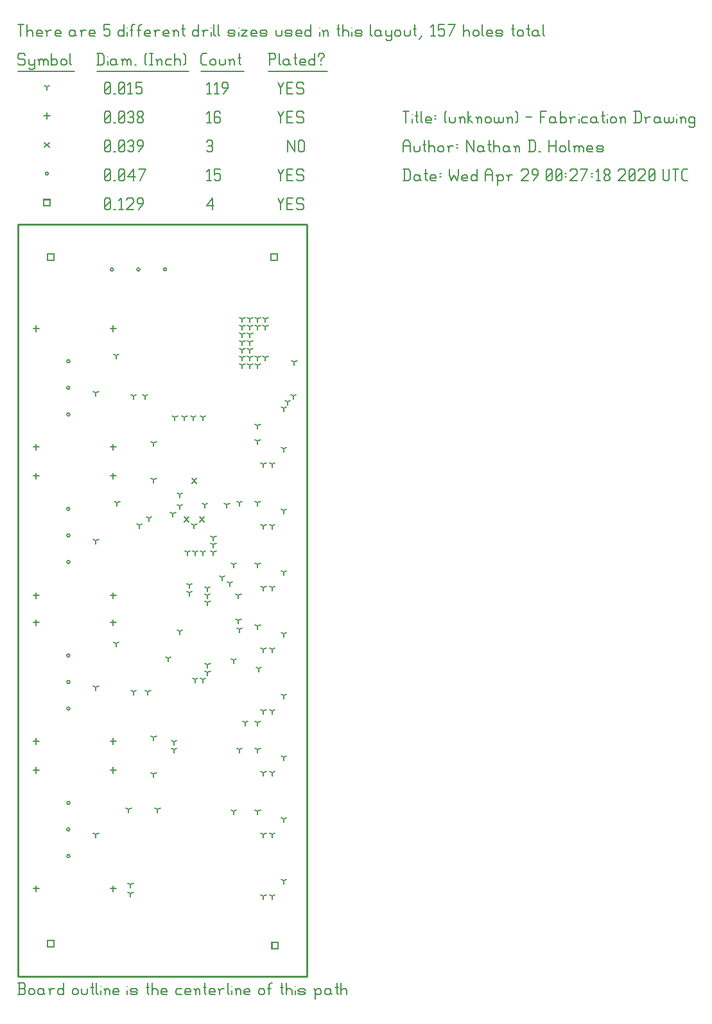
<source format=gbr>
G04 start of page 13 for group -3984 idx -3984 *
G04 Title: (unknown), fab *
G04 Creator: pcb 4.0.2 *
G04 CreationDate: Wed Apr 29 00:27:18 2020 UTC *
G04 For: ndholmes *
G04 Format: Gerber/RS-274X *
G04 PCB-Dimensions (mil): 1500.00 3900.00 *
G04 PCB-Coordinate-Origin: lower left *
%MOIN*%
%FSLAX25Y25*%
%LNFAB*%
%ADD67C,0.0100*%
%ADD66C,0.0075*%
%ADD65C,0.0060*%
%ADD64R,0.0080X0.0080*%
G54D64*X131400Y374600D02*X134600D01*
X131400D02*Y371400D01*
X134600D01*
Y374600D02*Y371400D01*
X131900Y17600D02*X135100D01*
X131900D02*Y14400D01*
X135100D01*
Y17600D02*Y14400D01*
X15400Y18600D02*X18600D01*
X15400D02*Y15400D01*
X18600D01*
Y18600D02*Y15400D01*
X15400Y374600D02*X18600D01*
X15400D02*Y371400D01*
X18600D01*
Y374600D02*Y371400D01*
X13400Y402850D02*X16600D01*
X13400D02*Y399650D01*
X16600D01*
Y402850D02*Y399650D01*
G54D65*X135000Y403500D02*X136500Y400500D01*
X138000Y403500D01*
X136500Y400500D02*Y397500D01*
X139800Y400800D02*X142050D01*
X139800Y397500D02*X142800D01*
X139800Y403500D02*Y397500D01*
Y403500D02*X142800D01*
X147600D02*X148350Y402750D01*
X145350Y403500D02*X147600D01*
X144600Y402750D02*X145350Y403500D01*
X144600Y402750D02*Y401250D01*
X145350Y400500D01*
X147600D01*
X148350Y399750D01*
Y398250D01*
X147600Y397500D02*X148350Y398250D01*
X145350Y397500D02*X147600D01*
X144600Y398250D02*X145350Y397500D01*
X98000Y399750D02*X101000Y403500D01*
X98000Y399750D02*X101750D01*
X101000Y403500D02*Y397500D01*
X45000Y398250D02*X45750Y397500D01*
X45000Y402750D02*Y398250D01*
Y402750D02*X45750Y403500D01*
X47250D01*
X48000Y402750D01*
Y398250D01*
X47250Y397500D02*X48000Y398250D01*
X45750Y397500D02*X47250D01*
X45000Y399000D02*X48000Y402000D01*
X49800Y397500D02*X50550D01*
X52350Y402300D02*X53550Y403500D01*
Y397500D01*
X52350D02*X54600D01*
X56400Y402750D02*X57150Y403500D01*
X59400D01*
X60150Y402750D01*
Y401250D01*
X56400Y397500D02*X60150Y401250D01*
X56400Y397500D02*X60150D01*
X62700D02*X64950Y400500D01*
Y402750D02*Y400500D01*
X64200Y403500D02*X64950Y402750D01*
X62700Y403500D02*X64200D01*
X61950Y402750D02*X62700Y403500D01*
X61950Y402750D02*Y401250D01*
X62700Y400500D01*
X64950D01*
X25373Y318945D02*G75*G03X26973Y318945I800J0D01*G01*
G75*G03X25373Y318945I-800J0D01*G01*
Y305165D02*G75*G03X26973Y305165I800J0D01*G01*
G75*G03X25373Y305165I-800J0D01*G01*
Y291386D02*G75*G03X26973Y291386I800J0D01*G01*
G75*G03X25373Y291386I-800J0D01*G01*
Y242445D02*G75*G03X26973Y242445I800J0D01*G01*
G75*G03X25373Y242445I-800J0D01*G01*
Y228665D02*G75*G03X26973Y228665I800J0D01*G01*
G75*G03X25373Y228665I-800J0D01*G01*
Y214886D02*G75*G03X26973Y214886I800J0D01*G01*
G75*G03X25373Y214886I-800J0D01*G01*
Y166445D02*G75*G03X26973Y166445I800J0D01*G01*
G75*G03X25373Y166445I-800J0D01*G01*
Y152665D02*G75*G03X26973Y152665I800J0D01*G01*
G75*G03X25373Y152665I-800J0D01*G01*
Y138886D02*G75*G03X26973Y138886I800J0D01*G01*
G75*G03X25373Y138886I-800J0D01*G01*
Y89945D02*G75*G03X26973Y89945I800J0D01*G01*
G75*G03X25373Y89945I-800J0D01*G01*
Y76165D02*G75*G03X26973Y76165I800J0D01*G01*
G75*G03X25373Y76165I-800J0D01*G01*
Y62386D02*G75*G03X26973Y62386I800J0D01*G01*
G75*G03X25373Y62386I-800J0D01*G01*
X75527Y366555D02*G75*G03X77127Y366555I800J0D01*G01*
G75*G03X75527Y366555I-800J0D01*G01*
X61747D02*G75*G03X63347Y366555I800J0D01*G01*
G75*G03X61747Y366555I-800J0D01*G01*
X47968D02*G75*G03X49568Y366555I800J0D01*G01*
G75*G03X47968Y366555I-800J0D01*G01*
X14200Y416250D02*G75*G03X15800Y416250I800J0D01*G01*
G75*G03X14200Y416250I-800J0D01*G01*
X135000Y418500D02*X136500Y415500D01*
X138000Y418500D01*
X136500Y415500D02*Y412500D01*
X139800Y415800D02*X142050D01*
X139800Y412500D02*X142800D01*
X139800Y418500D02*Y412500D01*
Y418500D02*X142800D01*
X147600D02*X148350Y417750D01*
X145350Y418500D02*X147600D01*
X144600Y417750D02*X145350Y418500D01*
X144600Y417750D02*Y416250D01*
X145350Y415500D01*
X147600D01*
X148350Y414750D01*
Y413250D01*
X147600Y412500D02*X148350Y413250D01*
X145350Y412500D02*X147600D01*
X144600Y413250D02*X145350Y412500D01*
X98000Y417300D02*X99200Y418500D01*
Y412500D01*
X98000D02*X100250D01*
X102050Y418500D02*X105050D01*
X102050D02*Y415500D01*
X102800Y416250D01*
X104300D01*
X105050Y415500D01*
Y413250D01*
X104300Y412500D02*X105050Y413250D01*
X102800Y412500D02*X104300D01*
X102050Y413250D02*X102800Y412500D01*
X45000Y413250D02*X45750Y412500D01*
X45000Y417750D02*Y413250D01*
Y417750D02*X45750Y418500D01*
X47250D01*
X48000Y417750D01*
Y413250D01*
X47250Y412500D02*X48000Y413250D01*
X45750Y412500D02*X47250D01*
X45000Y414000D02*X48000Y417000D01*
X49800Y412500D02*X50550D01*
X52350Y413250D02*X53100Y412500D01*
X52350Y417750D02*Y413250D01*
Y417750D02*X53100Y418500D01*
X54600D01*
X55350Y417750D01*
Y413250D01*
X54600Y412500D02*X55350Y413250D01*
X53100Y412500D02*X54600D01*
X52350Y414000D02*X55350Y417000D01*
X57150Y414750D02*X60150Y418500D01*
X57150Y414750D02*X60900D01*
X60150Y418500D02*Y412500D01*
X63450D02*X66450Y418500D01*
X62700D02*X66450D01*
X90300Y258200D02*X92700Y255800D01*
X90300D02*X92700Y258200D01*
X94300Y238200D02*X96700Y235800D01*
X94300D02*X96700Y238200D01*
X86300D02*X88700Y235800D01*
X86300D02*X88700Y238200D01*
X13800Y432450D02*X16200Y430050D01*
X13800D02*X16200Y432450D01*
X140000Y433500D02*Y427500D01*
Y433500D02*X143750Y427500D01*
Y433500D02*Y427500D01*
X145550Y432750D02*Y428250D01*
Y432750D02*X146300Y433500D01*
X147800D01*
X148550Y432750D01*
Y428250D01*
X147800Y427500D02*X148550Y428250D01*
X146300Y427500D02*X147800D01*
X145550Y428250D02*X146300Y427500D01*
X98000Y432750D02*X98750Y433500D01*
X100250D01*
X101000Y432750D01*
X100250Y427500D02*X101000Y428250D01*
X98750Y427500D02*X100250D01*
X98000Y428250D02*X98750Y427500D01*
Y430800D02*X100250D01*
X101000Y432750D02*Y431550D01*
Y430050D02*Y428250D01*
Y430050D02*X100250Y430800D01*
X101000Y431550D02*X100250Y430800D01*
X45000Y428250D02*X45750Y427500D01*
X45000Y432750D02*Y428250D01*
Y432750D02*X45750Y433500D01*
X47250D01*
X48000Y432750D01*
Y428250D01*
X47250Y427500D02*X48000Y428250D01*
X45750Y427500D02*X47250D01*
X45000Y429000D02*X48000Y432000D01*
X49800Y427500D02*X50550D01*
X52350Y428250D02*X53100Y427500D01*
X52350Y432750D02*Y428250D01*
Y432750D02*X53100Y433500D01*
X54600D01*
X55350Y432750D01*
Y428250D01*
X54600Y427500D02*X55350Y428250D01*
X53100Y427500D02*X54600D01*
X52350Y429000D02*X55350Y432000D01*
X57150Y432750D02*X57900Y433500D01*
X59400D01*
X60150Y432750D01*
X59400Y427500D02*X60150Y428250D01*
X57900Y427500D02*X59400D01*
X57150Y428250D02*X57900Y427500D01*
Y430800D02*X59400D01*
X60150Y432750D02*Y431550D01*
Y430050D02*Y428250D01*
Y430050D02*X59400Y430800D01*
X60150Y431550D02*X59400Y430800D01*
X62700Y427500D02*X64950Y430500D01*
Y432750D02*Y430500D01*
X64200Y433500D02*X64950Y432750D01*
X62700Y433500D02*X64200D01*
X61950Y432750D02*X62700Y433500D01*
X61950Y432750D02*Y431250D01*
X62700Y430500D01*
X64950D01*
X49500Y337600D02*Y334400D01*
X47900Y336000D02*X51100D01*
X9500Y337600D02*Y334400D01*
X7900Y336000D02*X11100D01*
X49500Y276100D02*Y272900D01*
X47900Y274500D02*X51100D01*
X9500Y276100D02*Y272900D01*
X7900Y274500D02*X11100D01*
X49500Y261100D02*Y257900D01*
X47900Y259500D02*X51100D01*
X9500Y261100D02*Y257900D01*
X7900Y259500D02*X11100D01*
X49500Y47100D02*Y43900D01*
X47900Y45500D02*X51100D01*
X9500Y47100D02*Y43900D01*
X7900Y45500D02*X11100D01*
X49500Y199100D02*Y195900D01*
X47900Y197500D02*X51100D01*
X9500Y199100D02*Y195900D01*
X7900Y197500D02*X11100D01*
X49500Y185100D02*Y181900D01*
X47900Y183500D02*X51100D01*
X9500Y185100D02*Y181900D01*
X7900Y183500D02*X11100D01*
X49500Y123600D02*Y120400D01*
X47900Y122000D02*X51100D01*
X9500Y123600D02*Y120400D01*
X7900Y122000D02*X11100D01*
X49500Y108600D02*Y105400D01*
X47900Y107000D02*X51100D01*
X9500Y108600D02*Y105400D01*
X7900Y107000D02*X11100D01*
X15000Y447850D02*Y444650D01*
X13400Y446250D02*X16600D01*
X135000Y448500D02*X136500Y445500D01*
X138000Y448500D01*
X136500Y445500D02*Y442500D01*
X139800Y445800D02*X142050D01*
X139800Y442500D02*X142800D01*
X139800Y448500D02*Y442500D01*
Y448500D02*X142800D01*
X147600D02*X148350Y447750D01*
X145350Y448500D02*X147600D01*
X144600Y447750D02*X145350Y448500D01*
X144600Y447750D02*Y446250D01*
X145350Y445500D01*
X147600D01*
X148350Y444750D01*
Y443250D01*
X147600Y442500D02*X148350Y443250D01*
X145350Y442500D02*X147600D01*
X144600Y443250D02*X145350Y442500D01*
X98000Y447300D02*X99200Y448500D01*
Y442500D01*
X98000D02*X100250D01*
X104300Y448500D02*X105050Y447750D01*
X102800Y448500D02*X104300D01*
X102050Y447750D02*X102800Y448500D01*
X102050Y447750D02*Y443250D01*
X102800Y442500D01*
X104300Y445800D02*X105050Y445050D01*
X102050Y445800D02*X104300D01*
X102800Y442500D02*X104300D01*
X105050Y443250D01*
Y445050D02*Y443250D01*
X45000D02*X45750Y442500D01*
X45000Y447750D02*Y443250D01*
Y447750D02*X45750Y448500D01*
X47250D01*
X48000Y447750D01*
Y443250D01*
X47250Y442500D02*X48000Y443250D01*
X45750Y442500D02*X47250D01*
X45000Y444000D02*X48000Y447000D01*
X49800Y442500D02*X50550D01*
X52350Y443250D02*X53100Y442500D01*
X52350Y447750D02*Y443250D01*
Y447750D02*X53100Y448500D01*
X54600D01*
X55350Y447750D01*
Y443250D01*
X54600Y442500D02*X55350Y443250D01*
X53100Y442500D02*X54600D01*
X52350Y444000D02*X55350Y447000D01*
X57150Y447750D02*X57900Y448500D01*
X59400D01*
X60150Y447750D01*
X59400Y442500D02*X60150Y443250D01*
X57900Y442500D02*X59400D01*
X57150Y443250D02*X57900Y442500D01*
Y445800D02*X59400D01*
X60150Y447750D02*Y446550D01*
Y445050D02*Y443250D01*
Y445050D02*X59400Y445800D01*
X60150Y446550D02*X59400Y445800D01*
X61950Y443250D02*X62700Y442500D01*
X61950Y444450D02*Y443250D01*
Y444450D02*X63000Y445500D01*
X63900D01*
X64950Y444450D01*
Y443250D01*
X64200Y442500D02*X64950Y443250D01*
X62700Y442500D02*X64200D01*
X61950Y446550D02*X63000Y445500D01*
X61950Y447750D02*Y446550D01*
Y447750D02*X62700Y448500D01*
X64200D01*
X64950Y447750D01*
Y446550D01*
X63900Y445500D02*X64950Y446550D01*
X40500Y226000D02*Y224400D01*
Y226000D02*X41887Y226800D01*
X40500Y226000D02*X39113Y226800D01*
X51500Y245500D02*Y243900D01*
Y245500D02*X52887Y246300D01*
X51500Y245500D02*X50113Y246300D01*
X51000Y322000D02*Y320400D01*
Y322000D02*X52387Y322800D01*
X51000Y322000D02*X49613Y322800D01*
X60000Y147500D02*Y145900D01*
Y147500D02*X61387Y148300D01*
X60000Y147500D02*X58613Y148300D01*
X51000Y172500D02*Y170900D01*
Y172500D02*X52387Y173300D01*
X51000Y172500D02*X49613Y173300D01*
X67500Y147500D02*Y145900D01*
Y147500D02*X68887Y148300D01*
X67500Y147500D02*X66113Y148300D01*
X57500Y86500D02*Y84900D01*
Y86500D02*X58887Y87300D01*
X57500Y86500D02*X56113Y87300D01*
X72500Y86500D02*Y84900D01*
Y86500D02*X73887Y87300D01*
X72500Y86500D02*X71113Y87300D01*
X70500Y124000D02*Y122400D01*
Y124000D02*X71887Y124800D01*
X70500Y124000D02*X69113Y124800D01*
X70500Y105000D02*Y103400D01*
Y105000D02*X71887Y105800D01*
X70500Y105000D02*X69113Y105800D01*
X70500Y276500D02*Y274900D01*
Y276500D02*X71887Y277300D01*
X70500Y276500D02*X69113Y277300D01*
X70500Y257500D02*Y255900D01*
Y257500D02*X71887Y258300D01*
X70500Y257500D02*X69113Y258300D01*
X60000Y301000D02*Y299400D01*
Y301000D02*X61387Y301800D01*
X60000Y301000D02*X58613Y301800D01*
X89000Y199000D02*Y197400D01*
Y199000D02*X90387Y199800D01*
X89000Y199000D02*X87613Y199800D01*
X89000Y203000D02*Y201400D01*
Y203000D02*X90387Y203800D01*
X89000Y203000D02*X87613Y203800D01*
X132000Y201500D02*Y199900D01*
Y201500D02*X133387Y202300D01*
X132000Y201500D02*X130613Y202300D01*
X127500Y201500D02*Y199900D01*
Y201500D02*X128887Y202300D01*
X127500Y201500D02*X126113Y202300D01*
X132000Y169500D02*Y167900D01*
Y169500D02*X133387Y170300D01*
X132000Y169500D02*X130613Y170300D01*
X127500Y169500D02*Y167900D01*
Y169500D02*X128887Y170300D01*
X127500Y169500D02*X126113Y170300D01*
X132000Y137500D02*Y135900D01*
Y137500D02*X133387Y138300D01*
X132000Y137500D02*X130613Y138300D01*
X127500Y137500D02*Y135900D01*
Y137500D02*X128887Y138300D01*
X127500Y137500D02*X126113Y138300D01*
X132000Y105500D02*Y103900D01*
Y105500D02*X133387Y106300D01*
X132000Y105500D02*X130613Y106300D01*
X127500Y105500D02*Y103900D01*
Y105500D02*X128887Y106300D01*
X127500Y105500D02*X126113Y106300D01*
X132000Y73500D02*Y71900D01*
Y73500D02*X133387Y74300D01*
X132000Y73500D02*X130613Y74300D01*
X127500Y73500D02*Y71900D01*
Y73500D02*X128887Y74300D01*
X127500Y73500D02*X126113Y74300D01*
X132000Y41500D02*Y39900D01*
Y41500D02*X133387Y42300D01*
X132000Y41500D02*X130613Y42300D01*
X127500Y41500D02*Y39900D01*
Y41500D02*X128887Y42300D01*
X127500Y41500D02*X126113Y42300D01*
X132000Y233500D02*Y231900D01*
Y233500D02*X133387Y234300D01*
X132000Y233500D02*X130613Y234300D01*
X127500Y233500D02*Y231900D01*
Y233500D02*X128887Y234300D01*
X127500Y233500D02*X126113Y234300D01*
X132000Y265500D02*Y263900D01*
Y265500D02*X133387Y266300D01*
X132000Y265500D02*X130613Y266300D01*
X127500Y265500D02*Y263900D01*
Y265500D02*X128887Y266300D01*
X127500Y265500D02*X126113Y266300D01*
X124500Y245500D02*Y243900D01*
Y245500D02*X125887Y246300D01*
X124500Y245500D02*X123113Y246300D01*
X124500Y213500D02*Y211900D01*
Y213500D02*X125887Y214300D01*
X124500Y213500D02*X123113Y214300D01*
X124500Y117500D02*Y115900D01*
Y117500D02*X125887Y118300D01*
X124500Y117500D02*X123113Y118300D01*
X115000Y117500D02*Y115900D01*
Y117500D02*X116387Y118300D01*
X115000Y117500D02*X113613Y118300D01*
X112000Y85500D02*Y83900D01*
Y85500D02*X113387Y86300D01*
X112000Y85500D02*X110613Y86300D01*
X124500Y85500D02*Y83900D01*
Y85500D02*X125887Y86300D01*
X124500Y85500D02*X123113Y86300D01*
X115000Y245500D02*Y243900D01*
Y245500D02*X116387Y246300D01*
X115000Y245500D02*X113613Y246300D01*
X124500Y181500D02*Y179900D01*
Y181500D02*X125887Y182300D01*
X124500Y181500D02*X123113Y182300D01*
X114500Y197500D02*Y195900D01*
Y197500D02*X115887Y198300D01*
X114500Y197500D02*X113113Y198300D01*
X112000Y213500D02*Y211900D01*
Y213500D02*X113387Y214300D01*
X112000Y213500D02*X110613Y214300D01*
X124500Y131500D02*Y129900D01*
Y131500D02*X125887Y132300D01*
X124500Y131500D02*X123113Y132300D01*
X118000Y131500D02*Y129900D01*
Y131500D02*X119387Y132300D01*
X118000Y131500D02*X116613Y132300D01*
X115000Y180000D02*Y178400D01*
Y180000D02*X116387Y180800D01*
X115000Y180000D02*X113613Y180800D01*
X110000Y204000D02*Y202400D01*
Y204000D02*X111387Y204800D01*
X110000Y204000D02*X108613Y204800D01*
X106000Y207000D02*Y205400D01*
Y207000D02*X107387Y207800D01*
X106000Y207000D02*X104613Y207800D01*
X58500Y47500D02*Y45900D01*
Y47500D02*X59887Y48300D01*
X58500Y47500D02*X57113Y48300D01*
X58500Y43000D02*Y41400D01*
Y43000D02*X59887Y43800D01*
X58500Y43000D02*X57113Y43800D01*
X81000Y121500D02*Y119900D01*
Y121500D02*X82387Y122300D01*
X81000Y121500D02*X79613Y122300D01*
X81000Y117500D02*Y115900D01*
Y117500D02*X82387Y118300D01*
X81000Y117500D02*X79613Y118300D01*
X120500Y333000D02*Y331400D01*
Y333000D02*X121887Y333800D01*
X120500Y333000D02*X119113Y333800D01*
X120500Y329000D02*Y327400D01*
Y329000D02*X121887Y329800D01*
X120500Y329000D02*X119113Y329800D01*
X120500Y325000D02*Y323400D01*
Y325000D02*X121887Y325800D01*
X120500Y325000D02*X119113Y325800D01*
X116500Y333000D02*Y331400D01*
Y333000D02*X117887Y333800D01*
X116500Y333000D02*X115113Y333800D01*
X116500Y329000D02*Y327400D01*
Y329000D02*X117887Y329800D01*
X116500Y329000D02*X115113Y329800D01*
X116500Y325000D02*Y323400D01*
Y325000D02*X117887Y325800D01*
X116500Y325000D02*X115113Y325800D01*
X128500Y341000D02*Y339400D01*
Y341000D02*X129887Y341800D01*
X128500Y341000D02*X127113Y341800D01*
X124500Y337000D02*Y335400D01*
Y337000D02*X125887Y337800D01*
X124500Y337000D02*X123113Y337800D01*
X120500Y337000D02*Y335400D01*
Y337000D02*X121887Y337800D01*
X120500Y337000D02*X119113Y337800D01*
X124500Y341000D02*Y339400D01*
Y341000D02*X125887Y341800D01*
X124500Y341000D02*X123113Y341800D01*
X128500Y337000D02*Y335400D01*
Y337000D02*X129887Y337800D01*
X128500Y337000D02*X127113Y337800D01*
X116500Y337000D02*Y335400D01*
Y337000D02*X117887Y337800D01*
X116500Y337000D02*X115113Y337800D01*
X120500Y341000D02*Y339400D01*
Y341000D02*X121887Y341800D01*
X120500Y341000D02*X119113Y341800D01*
X116500Y341000D02*Y339400D01*
Y341000D02*X117887Y341800D01*
X116500Y341000D02*X115113Y341800D01*
X120500Y321000D02*Y319400D01*
Y321000D02*X121887Y321800D01*
X120500Y321000D02*X119113Y321800D01*
X116500Y321000D02*Y319400D01*
Y321000D02*X117887Y321800D01*
X116500Y321000D02*X115113Y321800D01*
X120500Y317000D02*Y315400D01*
Y317000D02*X121887Y317800D01*
X120500Y317000D02*X119113Y317800D01*
X116500Y317000D02*Y315400D01*
Y317000D02*X117887Y317800D01*
X116500Y317000D02*X115113Y317800D01*
X128500Y321000D02*Y319400D01*
Y321000D02*X129887Y321800D01*
X128500Y321000D02*X127113Y321800D01*
X124500Y321000D02*Y319400D01*
Y321000D02*X125887Y321800D01*
X124500Y321000D02*X123113Y321800D01*
X124500Y317000D02*Y315400D01*
Y317000D02*X125887Y317800D01*
X124500Y317000D02*X123113Y317800D01*
X143000Y301000D02*Y299400D01*
Y301000D02*X144387Y301800D01*
X143000Y301000D02*X141613Y301800D01*
X143500Y318500D02*Y316900D01*
Y318500D02*X144887Y319300D01*
X143500Y318500D02*X142113Y319300D01*
X140000Y298000D02*Y296400D01*
Y298000D02*X141387Y298800D01*
X140000Y298000D02*X138613Y298800D01*
X138000Y294500D02*Y292900D01*
Y294500D02*X139387Y295300D01*
X138000Y294500D02*X136613Y295300D01*
X138000Y273500D02*Y271900D01*
Y273500D02*X139387Y274300D01*
X138000Y273500D02*X136613Y274300D01*
X138000Y241500D02*Y239900D01*
Y241500D02*X139387Y242300D01*
X138000Y241500D02*X136613Y242300D01*
X138000Y209500D02*Y207900D01*
Y209500D02*X139387Y210300D01*
X138000Y209500D02*X136613Y210300D01*
X138000Y177500D02*Y175900D01*
Y177500D02*X139387Y178300D01*
X138000Y177500D02*X136613Y178300D01*
X138000Y145500D02*Y143900D01*
Y145500D02*X139387Y146300D01*
X138000Y145500D02*X136613Y146300D01*
X138000Y113500D02*Y111900D01*
Y113500D02*X139387Y114300D01*
X138000Y113500D02*X136613Y114300D01*
X138000Y81500D02*Y79900D01*
Y81500D02*X139387Y82300D01*
X138000Y81500D02*X136613Y82300D01*
X138000Y49500D02*Y47900D01*
Y49500D02*X139387Y50300D01*
X138000Y49500D02*X136613Y50300D01*
X78000Y165000D02*Y163400D01*
Y165000D02*X79387Y165800D01*
X78000Y165000D02*X76613Y165800D01*
X84000Y179000D02*Y177400D01*
Y179000D02*X85387Y179800D01*
X84000Y179000D02*X82613Y179800D01*
X112000Y164000D02*Y162400D01*
Y164000D02*X113387Y164800D01*
X112000Y164000D02*X110613Y164800D01*
X125000Y159500D02*Y157900D01*
Y159500D02*X126387Y160300D01*
X125000Y159500D02*X123613Y160300D01*
X101500Y227500D02*Y225900D01*
Y227500D02*X102887Y228300D01*
X101500Y227500D02*X100113Y228300D01*
X101500Y224000D02*Y222400D01*
Y224000D02*X102887Y224800D01*
X101500Y224000D02*X100113Y224800D01*
X101500Y220000D02*Y218400D01*
Y220000D02*X102887Y220800D01*
X101500Y220000D02*X100113Y220800D01*
X98500Y194000D02*Y192400D01*
Y194000D02*X99887Y194800D01*
X98500Y194000D02*X97113Y194800D01*
X98400Y197600D02*Y196000D01*
Y197600D02*X99787Y198400D01*
X98400Y197600D02*X97013Y198400D01*
X98400Y201200D02*Y199600D01*
Y201200D02*X99787Y202000D01*
X98400Y201200D02*X97013Y202000D01*
X66000Y301000D02*Y299400D01*
Y301000D02*X67387Y301800D01*
X66000Y301000D02*X64613Y301800D01*
X96000Y290000D02*Y288400D01*
Y290000D02*X97387Y290800D01*
X96000Y290000D02*X94613Y290800D01*
X86500Y290000D02*Y288400D01*
Y290000D02*X87887Y290800D01*
X86500Y290000D02*X85113Y290800D01*
X81500Y290000D02*Y288400D01*
Y290000D02*X82887Y290800D01*
X81500Y290000D02*X80113Y290800D01*
X91000Y290000D02*Y288400D01*
Y290000D02*X92387Y290800D01*
X91000Y290000D02*X89613Y290800D01*
X63000Y234000D02*Y232400D01*
Y234000D02*X64387Y234800D01*
X63000Y234000D02*X61613Y234800D01*
X68000Y237500D02*Y235900D01*
Y237500D02*X69387Y238300D01*
X68000Y237500D02*X66613Y238300D01*
X88000Y220000D02*Y218400D01*
Y220000D02*X89387Y220800D01*
X88000Y220000D02*X86613Y220800D01*
X92000Y220000D02*Y218400D01*
Y220000D02*X93387Y220800D01*
X92000Y220000D02*X90613Y220800D01*
X96000Y220000D02*Y218400D01*
Y220000D02*X97387Y220800D01*
X96000Y220000D02*X94613Y220800D01*
X124500Y285500D02*Y283900D01*
Y285500D02*X125887Y286300D01*
X124500Y285500D02*X123113Y286300D01*
X124500Y277500D02*Y275900D01*
Y277500D02*X125887Y278300D01*
X124500Y277500D02*X123113Y278300D01*
X84000Y250000D02*Y248400D01*
Y250000D02*X85387Y250800D01*
X84000Y250000D02*X82613Y250800D01*
X91500Y234000D02*Y232400D01*
Y234000D02*X92887Y234800D01*
X91500Y234000D02*X90113Y234800D01*
X84000Y244000D02*Y242400D01*
Y244000D02*X85387Y244800D01*
X84000Y244000D02*X82613Y244800D01*
X108500Y244500D02*Y242900D01*
Y244500D02*X109887Y245300D01*
X108500Y244500D02*X107113Y245300D01*
X80500Y240000D02*Y238400D01*
Y240000D02*X81887Y240800D01*
X80500Y240000D02*X79113Y240800D01*
X97000Y244500D02*Y242900D01*
Y244500D02*X98387Y245300D01*
X97000Y244500D02*X95613Y245300D01*
X98500Y161500D02*Y159900D01*
Y161500D02*X99887Y162300D01*
X98500Y161500D02*X97113Y162300D01*
X98500Y157500D02*Y155900D01*
Y157500D02*X99887Y158300D01*
X98500Y157500D02*X97113Y158300D01*
X92000Y154000D02*Y152400D01*
Y154000D02*X93387Y154800D01*
X92000Y154000D02*X90613Y154800D01*
X96000Y154000D02*Y152400D01*
Y154000D02*X97387Y154800D01*
X96000Y154000D02*X94613Y154800D01*
X114500Y184500D02*Y182900D01*
Y184500D02*X115887Y185300D01*
X114500Y184500D02*X113113Y185300D01*
X40500Y302500D02*Y300900D01*
Y302500D02*X41887Y303300D01*
X40500Y302500D02*X39113Y303300D01*
X40500Y150000D02*Y148400D01*
Y150000D02*X41887Y150800D01*
X40500Y150000D02*X39113Y150800D01*
X40500Y73500D02*Y71900D01*
Y73500D02*X41887Y74300D01*
X40500Y73500D02*X39113Y74300D01*
X15000Y461250D02*Y459650D01*
Y461250D02*X16387Y462050D01*
X15000Y461250D02*X13613Y462050D01*
X135000Y463500D02*X136500Y460500D01*
X138000Y463500D01*
X136500Y460500D02*Y457500D01*
X139800Y460800D02*X142050D01*
X139800Y457500D02*X142800D01*
X139800Y463500D02*Y457500D01*
Y463500D02*X142800D01*
X147600D02*X148350Y462750D01*
X145350Y463500D02*X147600D01*
X144600Y462750D02*X145350Y463500D01*
X144600Y462750D02*Y461250D01*
X145350Y460500D01*
X147600D01*
X148350Y459750D01*
Y458250D01*
X147600Y457500D02*X148350Y458250D01*
X145350Y457500D02*X147600D01*
X144600Y458250D02*X145350Y457500D01*
X98000Y462300D02*X99200Y463500D01*
Y457500D01*
X98000D02*X100250D01*
X102050Y462300D02*X103250Y463500D01*
Y457500D01*
X102050D02*X104300D01*
X106850D02*X109100Y460500D01*
Y462750D02*Y460500D01*
X108350Y463500D02*X109100Y462750D01*
X106850Y463500D02*X108350D01*
X106100Y462750D02*X106850Y463500D01*
X106100Y462750D02*Y461250D01*
X106850Y460500D01*
X109100D01*
X45000Y458250D02*X45750Y457500D01*
X45000Y462750D02*Y458250D01*
Y462750D02*X45750Y463500D01*
X47250D01*
X48000Y462750D01*
Y458250D01*
X47250Y457500D02*X48000Y458250D01*
X45750Y457500D02*X47250D01*
X45000Y459000D02*X48000Y462000D01*
X49800Y457500D02*X50550D01*
X52350Y458250D02*X53100Y457500D01*
X52350Y462750D02*Y458250D01*
Y462750D02*X53100Y463500D01*
X54600D01*
X55350Y462750D01*
Y458250D01*
X54600Y457500D02*X55350Y458250D01*
X53100Y457500D02*X54600D01*
X52350Y459000D02*X55350Y462000D01*
X57150Y462300D02*X58350Y463500D01*
Y457500D01*
X57150D02*X59400D01*
X61200Y463500D02*X64200D01*
X61200D02*Y460500D01*
X61950Y461250D01*
X63450D01*
X64200Y460500D01*
Y458250D01*
X63450Y457500D02*X64200Y458250D01*
X61950Y457500D02*X63450D01*
X61200Y458250D02*X61950Y457500D01*
X3000Y478500D02*X3750Y477750D01*
X750Y478500D02*X3000D01*
X0Y477750D02*X750Y478500D01*
X0Y477750D02*Y476250D01*
X750Y475500D01*
X3000D01*
X3750Y474750D01*
Y473250D01*
X3000Y472500D02*X3750Y473250D01*
X750Y472500D02*X3000D01*
X0Y473250D02*X750Y472500D01*
X5550Y475500D02*Y473250D01*
X6300Y472500D01*
X8550Y475500D02*Y471000D01*
X7800Y470250D02*X8550Y471000D01*
X6300Y470250D02*X7800D01*
X5550Y471000D02*X6300Y470250D01*
Y472500D02*X7800D01*
X8550Y473250D01*
X11100Y474750D02*Y472500D01*
Y474750D02*X11850Y475500D01*
X12600D01*
X13350Y474750D01*
Y472500D01*
Y474750D02*X14100Y475500D01*
X14850D01*
X15600Y474750D01*
Y472500D01*
X10350Y475500D02*X11100Y474750D01*
X17400Y478500D02*Y472500D01*
Y473250D02*X18150Y472500D01*
X19650D01*
X20400Y473250D01*
Y474750D02*Y473250D01*
X19650Y475500D02*X20400Y474750D01*
X18150Y475500D02*X19650D01*
X17400Y474750D02*X18150Y475500D01*
X22200Y474750D02*Y473250D01*
Y474750D02*X22950Y475500D01*
X24450D01*
X25200Y474750D01*
Y473250D01*
X24450Y472500D02*X25200Y473250D01*
X22950Y472500D02*X24450D01*
X22200Y473250D02*X22950Y472500D01*
X27000Y478500D02*Y473250D01*
X27750Y472500D01*
X0Y469250D02*X29250D01*
X41750Y478500D02*Y472500D01*
X43700Y478500D02*X44750Y477450D01*
Y473550D01*
X43700Y472500D02*X44750Y473550D01*
X41000Y472500D02*X43700D01*
X41000Y478500D02*X43700D01*
G54D66*X46550Y477000D02*Y476850D01*
G54D65*Y474750D02*Y472500D01*
X50300Y475500D02*X51050Y474750D01*
X48800Y475500D02*X50300D01*
X48050Y474750D02*X48800Y475500D01*
X48050Y474750D02*Y473250D01*
X48800Y472500D01*
X51050Y475500D02*Y473250D01*
X51800Y472500D01*
X48800D02*X50300D01*
X51050Y473250D01*
X54350Y474750D02*Y472500D01*
Y474750D02*X55100Y475500D01*
X55850D01*
X56600Y474750D01*
Y472500D01*
Y474750D02*X57350Y475500D01*
X58100D01*
X58850Y474750D01*
Y472500D01*
X53600Y475500D02*X54350Y474750D01*
X60650Y472500D02*X61400D01*
X65900Y473250D02*X66650Y472500D01*
X65900Y477750D02*X66650Y478500D01*
X65900Y477750D02*Y473250D01*
X68450Y478500D02*X69950D01*
X69200D02*Y472500D01*
X68450D02*X69950D01*
X72500Y474750D02*Y472500D01*
Y474750D02*X73250Y475500D01*
X74000D01*
X74750Y474750D01*
Y472500D01*
X71750Y475500D02*X72500Y474750D01*
X77300Y475500D02*X79550D01*
X76550Y474750D02*X77300Y475500D01*
X76550Y474750D02*Y473250D01*
X77300Y472500D01*
X79550D01*
X81350Y478500D02*Y472500D01*
Y474750D02*X82100Y475500D01*
X83600D01*
X84350Y474750D01*
Y472500D01*
X86150Y478500D02*X86900Y477750D01*
Y473250D01*
X86150Y472500D02*X86900Y473250D01*
X41000Y469250D02*X88700D01*
X96050Y472500D02*X98000D01*
X95000Y473550D02*X96050Y472500D01*
X95000Y477450D02*Y473550D01*
Y477450D02*X96050Y478500D01*
X98000D01*
X99800Y474750D02*Y473250D01*
Y474750D02*X100550Y475500D01*
X102050D01*
X102800Y474750D01*
Y473250D01*
X102050Y472500D02*X102800Y473250D01*
X100550Y472500D02*X102050D01*
X99800Y473250D02*X100550Y472500D01*
X104600Y475500D02*Y473250D01*
X105350Y472500D01*
X106850D01*
X107600Y473250D01*
Y475500D02*Y473250D01*
X110150Y474750D02*Y472500D01*
Y474750D02*X110900Y475500D01*
X111650D01*
X112400Y474750D01*
Y472500D01*
X109400Y475500D02*X110150Y474750D01*
X114950Y478500D02*Y473250D01*
X115700Y472500D01*
X114200Y476250D02*X115700D01*
X95000Y469250D02*X117200D01*
X130750Y478500D02*Y472500D01*
X130000Y478500D02*X133000D01*
X133750Y477750D01*
Y476250D01*
X133000Y475500D02*X133750Y476250D01*
X130750Y475500D02*X133000D01*
X135550Y478500D02*Y473250D01*
X136300Y472500D01*
X140050Y475500D02*X140800Y474750D01*
X138550Y475500D02*X140050D01*
X137800Y474750D02*X138550Y475500D01*
X137800Y474750D02*Y473250D01*
X138550Y472500D01*
X140800Y475500D02*Y473250D01*
X141550Y472500D01*
X138550D02*X140050D01*
X140800Y473250D01*
X144100Y478500D02*Y473250D01*
X144850Y472500D01*
X143350Y476250D02*X144850D01*
X147100Y472500D02*X149350D01*
X146350Y473250D02*X147100Y472500D01*
X146350Y474750D02*Y473250D01*
Y474750D02*X147100Y475500D01*
X148600D01*
X149350Y474750D01*
X146350Y474000D02*X149350D01*
Y474750D02*Y474000D01*
X154150Y478500D02*Y472500D01*
X153400D02*X154150Y473250D01*
X151900Y472500D02*X153400D01*
X151150Y473250D02*X151900Y472500D01*
X151150Y474750D02*Y473250D01*
Y474750D02*X151900Y475500D01*
X153400D01*
X154150Y474750D01*
X157450Y475500D02*Y474750D01*
Y473250D02*Y472500D01*
X155950Y477750D02*Y477000D01*
Y477750D02*X156700Y478500D01*
X158200D01*
X158950Y477750D01*
Y477000D01*
X157450Y475500D02*X158950Y477000D01*
X130000Y469250D02*X160750D01*
X0Y493500D02*X3000D01*
X1500D02*Y487500D01*
X4800Y493500D02*Y487500D01*
Y489750D02*X5550Y490500D01*
X7050D01*
X7800Y489750D01*
Y487500D01*
X10350D02*X12600D01*
X9600Y488250D02*X10350Y487500D01*
X9600Y489750D02*Y488250D01*
Y489750D02*X10350Y490500D01*
X11850D01*
X12600Y489750D01*
X9600Y489000D02*X12600D01*
Y489750D02*Y489000D01*
X15150Y489750D02*Y487500D01*
Y489750D02*X15900Y490500D01*
X17400D01*
X14400D02*X15150Y489750D01*
X19950Y487500D02*X22200D01*
X19200Y488250D02*X19950Y487500D01*
X19200Y489750D02*Y488250D01*
Y489750D02*X19950Y490500D01*
X21450D01*
X22200Y489750D01*
X19200Y489000D02*X22200D01*
Y489750D02*Y489000D01*
X28950Y490500D02*X29700Y489750D01*
X27450Y490500D02*X28950D01*
X26700Y489750D02*X27450Y490500D01*
X26700Y489750D02*Y488250D01*
X27450Y487500D01*
X29700Y490500D02*Y488250D01*
X30450Y487500D01*
X27450D02*X28950D01*
X29700Y488250D01*
X33000Y489750D02*Y487500D01*
Y489750D02*X33750Y490500D01*
X35250D01*
X32250D02*X33000Y489750D01*
X37800Y487500D02*X40050D01*
X37050Y488250D02*X37800Y487500D01*
X37050Y489750D02*Y488250D01*
Y489750D02*X37800Y490500D01*
X39300D01*
X40050Y489750D01*
X37050Y489000D02*X40050D01*
Y489750D02*Y489000D01*
X44550Y493500D02*X47550D01*
X44550D02*Y490500D01*
X45300Y491250D01*
X46800D01*
X47550Y490500D01*
Y488250D01*
X46800Y487500D02*X47550Y488250D01*
X45300Y487500D02*X46800D01*
X44550Y488250D02*X45300Y487500D01*
X55050Y493500D02*Y487500D01*
X54300D02*X55050Y488250D01*
X52800Y487500D02*X54300D01*
X52050Y488250D02*X52800Y487500D01*
X52050Y489750D02*Y488250D01*
Y489750D02*X52800Y490500D01*
X54300D01*
X55050Y489750D01*
G54D66*X56850Y492000D02*Y491850D01*
G54D65*Y489750D02*Y487500D01*
X59100Y492750D02*Y487500D01*
Y492750D02*X59850Y493500D01*
X60600D01*
X58350Y490500D02*X59850D01*
X62850Y492750D02*Y487500D01*
Y492750D02*X63600Y493500D01*
X64350D01*
X62100Y490500D02*X63600D01*
X66600Y487500D02*X68850D01*
X65850Y488250D02*X66600Y487500D01*
X65850Y489750D02*Y488250D01*
Y489750D02*X66600Y490500D01*
X68100D01*
X68850Y489750D01*
X65850Y489000D02*X68850D01*
Y489750D02*Y489000D01*
X71400Y489750D02*Y487500D01*
Y489750D02*X72150Y490500D01*
X73650D01*
X70650D02*X71400Y489750D01*
X76200Y487500D02*X78450D01*
X75450Y488250D02*X76200Y487500D01*
X75450Y489750D02*Y488250D01*
Y489750D02*X76200Y490500D01*
X77700D01*
X78450Y489750D01*
X75450Y489000D02*X78450D01*
Y489750D02*Y489000D01*
X81000Y489750D02*Y487500D01*
Y489750D02*X81750Y490500D01*
X82500D01*
X83250Y489750D01*
Y487500D01*
X80250Y490500D02*X81000Y489750D01*
X85800Y493500D02*Y488250D01*
X86550Y487500D01*
X85050Y491250D02*X86550D01*
X93750Y493500D02*Y487500D01*
X93000D02*X93750Y488250D01*
X91500Y487500D02*X93000D01*
X90750Y488250D02*X91500Y487500D01*
X90750Y489750D02*Y488250D01*
Y489750D02*X91500Y490500D01*
X93000D01*
X93750Y489750D01*
X96300D02*Y487500D01*
Y489750D02*X97050Y490500D01*
X98550D01*
X95550D02*X96300Y489750D01*
G54D66*X100350Y492000D02*Y491850D01*
G54D65*Y489750D02*Y487500D01*
X101850Y493500D02*Y488250D01*
X102600Y487500D01*
X104100Y493500D02*Y488250D01*
X104850Y487500D01*
X109800D02*X112050D01*
X112800Y488250D01*
X112050Y489000D02*X112800Y488250D01*
X109800Y489000D02*X112050D01*
X109050Y489750D02*X109800Y489000D01*
X109050Y489750D02*X109800Y490500D01*
X112050D01*
X112800Y489750D01*
X109050Y488250D02*X109800Y487500D01*
G54D66*X114600Y492000D02*Y491850D01*
G54D65*Y489750D02*Y487500D01*
X116100Y490500D02*X119100D01*
X116100Y487500D02*X119100Y490500D01*
X116100Y487500D02*X119100D01*
X121650D02*X123900D01*
X120900Y488250D02*X121650Y487500D01*
X120900Y489750D02*Y488250D01*
Y489750D02*X121650Y490500D01*
X123150D01*
X123900Y489750D01*
X120900Y489000D02*X123900D01*
Y489750D02*Y489000D01*
X126450Y487500D02*X128700D01*
X129450Y488250D01*
X128700Y489000D02*X129450Y488250D01*
X126450Y489000D02*X128700D01*
X125700Y489750D02*X126450Y489000D01*
X125700Y489750D02*X126450Y490500D01*
X128700D01*
X129450Y489750D01*
X125700Y488250D02*X126450Y487500D01*
X133950Y490500D02*Y488250D01*
X134700Y487500D01*
X136200D01*
X136950Y488250D01*
Y490500D02*Y488250D01*
X139500Y487500D02*X141750D01*
X142500Y488250D01*
X141750Y489000D02*X142500Y488250D01*
X139500Y489000D02*X141750D01*
X138750Y489750D02*X139500Y489000D01*
X138750Y489750D02*X139500Y490500D01*
X141750D01*
X142500Y489750D01*
X138750Y488250D02*X139500Y487500D01*
X145050D02*X147300D01*
X144300Y488250D02*X145050Y487500D01*
X144300Y489750D02*Y488250D01*
Y489750D02*X145050Y490500D01*
X146550D01*
X147300Y489750D01*
X144300Y489000D02*X147300D01*
Y489750D02*Y489000D01*
X152100Y493500D02*Y487500D01*
X151350D02*X152100Y488250D01*
X149850Y487500D02*X151350D01*
X149100Y488250D02*X149850Y487500D01*
X149100Y489750D02*Y488250D01*
Y489750D02*X149850Y490500D01*
X151350D01*
X152100Y489750D01*
G54D66*X156600Y492000D02*Y491850D01*
G54D65*Y489750D02*Y487500D01*
X158850Y489750D02*Y487500D01*
Y489750D02*X159600Y490500D01*
X160350D01*
X161100Y489750D01*
Y487500D01*
X158100Y490500D02*X158850Y489750D01*
X166350Y493500D02*Y488250D01*
X167100Y487500D01*
X165600Y491250D02*X167100D01*
X168600Y493500D02*Y487500D01*
Y489750D02*X169350Y490500D01*
X170850D01*
X171600Y489750D01*
Y487500D01*
G54D66*X173400Y492000D02*Y491850D01*
G54D65*Y489750D02*Y487500D01*
X175650D02*X177900D01*
X178650Y488250D01*
X177900Y489000D02*X178650Y488250D01*
X175650Y489000D02*X177900D01*
X174900Y489750D02*X175650Y489000D01*
X174900Y489750D02*X175650Y490500D01*
X177900D01*
X178650Y489750D01*
X174900Y488250D02*X175650Y487500D01*
X183150Y493500D02*Y488250D01*
X183900Y487500D01*
X187650Y490500D02*X188400Y489750D01*
X186150Y490500D02*X187650D01*
X185400Y489750D02*X186150Y490500D01*
X185400Y489750D02*Y488250D01*
X186150Y487500D01*
X188400Y490500D02*Y488250D01*
X189150Y487500D01*
X186150D02*X187650D01*
X188400Y488250D01*
X190950Y490500D02*Y488250D01*
X191700Y487500D01*
X193950Y490500D02*Y486000D01*
X193200Y485250D02*X193950Y486000D01*
X191700Y485250D02*X193200D01*
X190950Y486000D02*X191700Y485250D01*
Y487500D02*X193200D01*
X193950Y488250D01*
X195750Y489750D02*Y488250D01*
Y489750D02*X196500Y490500D01*
X198000D01*
X198750Y489750D01*
Y488250D01*
X198000Y487500D02*X198750Y488250D01*
X196500Y487500D02*X198000D01*
X195750Y488250D02*X196500Y487500D01*
X200550Y490500D02*Y488250D01*
X201300Y487500D01*
X202800D01*
X203550Y488250D01*
Y490500D02*Y488250D01*
X206100Y493500D02*Y488250D01*
X206850Y487500D01*
X205350Y491250D02*X206850D01*
X208350Y486000D02*X209850Y487500D01*
X214350Y492300D02*X215550Y493500D01*
Y487500D01*
X214350D02*X216600D01*
X218400Y493500D02*X221400D01*
X218400D02*Y490500D01*
X219150Y491250D01*
X220650D01*
X221400Y490500D01*
Y488250D01*
X220650Y487500D02*X221400Y488250D01*
X219150Y487500D02*X220650D01*
X218400Y488250D02*X219150Y487500D01*
X223950D02*X226950Y493500D01*
X223200D02*X226950D01*
X231450D02*Y487500D01*
Y489750D02*X232200Y490500D01*
X233700D01*
X234450Y489750D01*
Y487500D01*
X236250Y489750D02*Y488250D01*
Y489750D02*X237000Y490500D01*
X238500D01*
X239250Y489750D01*
Y488250D01*
X238500Y487500D02*X239250Y488250D01*
X237000Y487500D02*X238500D01*
X236250Y488250D02*X237000Y487500D01*
X241050Y493500D02*Y488250D01*
X241800Y487500D01*
X244050D02*X246300D01*
X243300Y488250D02*X244050Y487500D01*
X243300Y489750D02*Y488250D01*
Y489750D02*X244050Y490500D01*
X245550D01*
X246300Y489750D01*
X243300Y489000D02*X246300D01*
Y489750D02*Y489000D01*
X248850Y487500D02*X251100D01*
X251850Y488250D01*
X251100Y489000D02*X251850Y488250D01*
X248850Y489000D02*X251100D01*
X248100Y489750D02*X248850Y489000D01*
X248100Y489750D02*X248850Y490500D01*
X251100D01*
X251850Y489750D01*
X248100Y488250D02*X248850Y487500D01*
X257100Y493500D02*Y488250D01*
X257850Y487500D01*
X256350Y491250D02*X257850D01*
X259350Y489750D02*Y488250D01*
Y489750D02*X260100Y490500D01*
X261600D01*
X262350Y489750D01*
Y488250D01*
X261600Y487500D02*X262350Y488250D01*
X260100Y487500D02*X261600D01*
X259350Y488250D02*X260100Y487500D01*
X264900Y493500D02*Y488250D01*
X265650Y487500D01*
X264150Y491250D02*X265650D01*
X269400Y490500D02*X270150Y489750D01*
X267900Y490500D02*X269400D01*
X267150Y489750D02*X267900Y490500D01*
X267150Y489750D02*Y488250D01*
X267900Y487500D01*
X270150Y490500D02*Y488250D01*
X270900Y487500D01*
X267900D02*X269400D01*
X270150Y488250D01*
X272700Y493500D02*Y488250D01*
X273450Y487500D01*
G54D67*X0Y390000D02*X150000D01*
Y0D01*
X0D01*
Y390000D01*
G54D65*Y-9500D02*X3000D01*
X3750Y-8750D01*
Y-6950D02*Y-8750D01*
X3000Y-6200D02*X3750Y-6950D01*
X750Y-6200D02*X3000D01*
X750Y-3500D02*Y-9500D01*
X0Y-3500D02*X3000D01*
X3750Y-4250D01*
Y-5450D01*
X3000Y-6200D02*X3750Y-5450D01*
X5550Y-7250D02*Y-8750D01*
Y-7250D02*X6300Y-6500D01*
X7800D01*
X8550Y-7250D01*
Y-8750D01*
X7800Y-9500D02*X8550Y-8750D01*
X6300Y-9500D02*X7800D01*
X5550Y-8750D02*X6300Y-9500D01*
X12600Y-6500D02*X13350Y-7250D01*
X11100Y-6500D02*X12600D01*
X10350Y-7250D02*X11100Y-6500D01*
X10350Y-7250D02*Y-8750D01*
X11100Y-9500D01*
X13350Y-6500D02*Y-8750D01*
X14100Y-9500D01*
X11100D02*X12600D01*
X13350Y-8750D01*
X16650Y-7250D02*Y-9500D01*
Y-7250D02*X17400Y-6500D01*
X18900D01*
X15900D02*X16650Y-7250D01*
X23700Y-3500D02*Y-9500D01*
X22950D02*X23700Y-8750D01*
X21450Y-9500D02*X22950D01*
X20700Y-8750D02*X21450Y-9500D01*
X20700Y-7250D02*Y-8750D01*
Y-7250D02*X21450Y-6500D01*
X22950D01*
X23700Y-7250D01*
X28200D02*Y-8750D01*
Y-7250D02*X28950Y-6500D01*
X30450D01*
X31200Y-7250D01*
Y-8750D01*
X30450Y-9500D02*X31200Y-8750D01*
X28950Y-9500D02*X30450D01*
X28200Y-8750D02*X28950Y-9500D01*
X33000Y-6500D02*Y-8750D01*
X33750Y-9500D01*
X35250D01*
X36000Y-8750D01*
Y-6500D02*Y-8750D01*
X38550Y-3500D02*Y-8750D01*
X39300Y-9500D01*
X37800Y-5750D02*X39300D01*
X40800Y-3500D02*Y-8750D01*
X41550Y-9500D01*
G54D66*X43050Y-5000D02*Y-5150D01*
G54D65*Y-7250D02*Y-9500D01*
X45300Y-7250D02*Y-9500D01*
Y-7250D02*X46050Y-6500D01*
X46800D01*
X47550Y-7250D01*
Y-9500D01*
X44550Y-6500D02*X45300Y-7250D01*
X50100Y-9500D02*X52350D01*
X49350Y-8750D02*X50100Y-9500D01*
X49350Y-7250D02*Y-8750D01*
Y-7250D02*X50100Y-6500D01*
X51600D01*
X52350Y-7250D01*
X49350Y-8000D02*X52350D01*
Y-7250D02*Y-8000D01*
G54D66*X56850Y-5000D02*Y-5150D01*
G54D65*Y-7250D02*Y-9500D01*
X59100D02*X61350D01*
X62100Y-8750D01*
X61350Y-8000D02*X62100Y-8750D01*
X59100Y-8000D02*X61350D01*
X58350Y-7250D02*X59100Y-8000D01*
X58350Y-7250D02*X59100Y-6500D01*
X61350D01*
X62100Y-7250D01*
X58350Y-8750D02*X59100Y-9500D01*
X67350Y-3500D02*Y-8750D01*
X68100Y-9500D01*
X66600Y-5750D02*X68100D01*
X69600Y-3500D02*Y-9500D01*
Y-7250D02*X70350Y-6500D01*
X71850D01*
X72600Y-7250D01*
Y-9500D01*
X75150D02*X77400D01*
X74400Y-8750D02*X75150Y-9500D01*
X74400Y-7250D02*Y-8750D01*
Y-7250D02*X75150Y-6500D01*
X76650D01*
X77400Y-7250D01*
X74400Y-8000D02*X77400D01*
Y-7250D02*Y-8000D01*
X82650Y-6500D02*X84900D01*
X81900Y-7250D02*X82650Y-6500D01*
X81900Y-7250D02*Y-8750D01*
X82650Y-9500D01*
X84900D01*
X87450D02*X89700D01*
X86700Y-8750D02*X87450Y-9500D01*
X86700Y-7250D02*Y-8750D01*
Y-7250D02*X87450Y-6500D01*
X88950D01*
X89700Y-7250D01*
X86700Y-8000D02*X89700D01*
Y-7250D02*Y-8000D01*
X92250Y-7250D02*Y-9500D01*
Y-7250D02*X93000Y-6500D01*
X93750D01*
X94500Y-7250D01*
Y-9500D01*
X91500Y-6500D02*X92250Y-7250D01*
X97050Y-3500D02*Y-8750D01*
X97800Y-9500D01*
X96300Y-5750D02*X97800D01*
X100050Y-9500D02*X102300D01*
X99300Y-8750D02*X100050Y-9500D01*
X99300Y-7250D02*Y-8750D01*
Y-7250D02*X100050Y-6500D01*
X101550D01*
X102300Y-7250D01*
X99300Y-8000D02*X102300D01*
Y-7250D02*Y-8000D01*
X104850Y-7250D02*Y-9500D01*
Y-7250D02*X105600Y-6500D01*
X107100D01*
X104100D02*X104850Y-7250D01*
X108900Y-3500D02*Y-8750D01*
X109650Y-9500D01*
G54D66*X111150Y-5000D02*Y-5150D01*
G54D65*Y-7250D02*Y-9500D01*
X113400Y-7250D02*Y-9500D01*
Y-7250D02*X114150Y-6500D01*
X114900D01*
X115650Y-7250D01*
Y-9500D01*
X112650Y-6500D02*X113400Y-7250D01*
X118200Y-9500D02*X120450D01*
X117450Y-8750D02*X118200Y-9500D01*
X117450Y-7250D02*Y-8750D01*
Y-7250D02*X118200Y-6500D01*
X119700D01*
X120450Y-7250D01*
X117450Y-8000D02*X120450D01*
Y-7250D02*Y-8000D01*
X124950Y-7250D02*Y-8750D01*
Y-7250D02*X125700Y-6500D01*
X127200D01*
X127950Y-7250D01*
Y-8750D01*
X127200Y-9500D02*X127950Y-8750D01*
X125700Y-9500D02*X127200D01*
X124950Y-8750D02*X125700Y-9500D01*
X130500Y-4250D02*Y-9500D01*
Y-4250D02*X131250Y-3500D01*
X132000D01*
X129750Y-6500D02*X131250D01*
X136950Y-3500D02*Y-8750D01*
X137700Y-9500D01*
X136200Y-5750D02*X137700D01*
X139200Y-3500D02*Y-9500D01*
Y-7250D02*X139950Y-6500D01*
X141450D01*
X142200Y-7250D01*
Y-9500D01*
G54D66*X144000Y-5000D02*Y-5150D01*
G54D65*Y-7250D02*Y-9500D01*
X146250D02*X148500D01*
X149250Y-8750D01*
X148500Y-8000D02*X149250Y-8750D01*
X146250Y-8000D02*X148500D01*
X145500Y-7250D02*X146250Y-8000D01*
X145500Y-7250D02*X146250Y-6500D01*
X148500D01*
X149250Y-7250D01*
X145500Y-8750D02*X146250Y-9500D01*
X154500Y-7250D02*Y-11750D01*
X153750Y-6500D02*X154500Y-7250D01*
X155250Y-6500D01*
X156750D01*
X157500Y-7250D01*
Y-8750D01*
X156750Y-9500D02*X157500Y-8750D01*
X155250Y-9500D02*X156750D01*
X154500Y-8750D02*X155250Y-9500D01*
X161550Y-6500D02*X162300Y-7250D01*
X160050Y-6500D02*X161550D01*
X159300Y-7250D02*X160050Y-6500D01*
X159300Y-7250D02*Y-8750D01*
X160050Y-9500D01*
X162300Y-6500D02*Y-8750D01*
X163050Y-9500D01*
X160050D02*X161550D01*
X162300Y-8750D01*
X165600Y-3500D02*Y-8750D01*
X166350Y-9500D01*
X164850Y-5750D02*X166350D01*
X167850Y-3500D02*Y-9500D01*
Y-7250D02*X168600Y-6500D01*
X170100D01*
X170850Y-7250D01*
Y-9500D01*
X200750Y418500D02*Y412500D01*
X202700Y418500D02*X203750Y417450D01*
Y413550D01*
X202700Y412500D02*X203750Y413550D01*
X200000Y412500D02*X202700D01*
X200000Y418500D02*X202700D01*
X207800Y415500D02*X208550Y414750D01*
X206300Y415500D02*X207800D01*
X205550Y414750D02*X206300Y415500D01*
X205550Y414750D02*Y413250D01*
X206300Y412500D01*
X208550Y415500D02*Y413250D01*
X209300Y412500D01*
X206300D02*X207800D01*
X208550Y413250D01*
X211850Y418500D02*Y413250D01*
X212600Y412500D01*
X211100Y416250D02*X212600D01*
X214850Y412500D02*X217100D01*
X214100Y413250D02*X214850Y412500D01*
X214100Y414750D02*Y413250D01*
Y414750D02*X214850Y415500D01*
X216350D01*
X217100Y414750D01*
X214100Y414000D02*X217100D01*
Y414750D02*Y414000D01*
X218900Y416250D02*X219650D01*
X218900Y414750D02*X219650D01*
X224150Y418500D02*Y415500D01*
X224900Y412500D01*
X226400Y415500D01*
X227900Y412500D01*
X228650Y415500D01*
Y418500D02*Y415500D01*
X231200Y412500D02*X233450D01*
X230450Y413250D02*X231200Y412500D01*
X230450Y414750D02*Y413250D01*
Y414750D02*X231200Y415500D01*
X232700D01*
X233450Y414750D01*
X230450Y414000D02*X233450D01*
Y414750D02*Y414000D01*
X238250Y418500D02*Y412500D01*
X237500D02*X238250Y413250D01*
X236000Y412500D02*X237500D01*
X235250Y413250D02*X236000Y412500D01*
X235250Y414750D02*Y413250D01*
Y414750D02*X236000Y415500D01*
X237500D01*
X238250Y414750D01*
X242750Y417000D02*Y412500D01*
Y417000D02*X243800Y418500D01*
X245450D01*
X246500Y417000D01*
Y412500D01*
X242750Y415500D02*X246500D01*
X249050Y414750D02*Y410250D01*
X248300Y415500D02*X249050Y414750D01*
X249800Y415500D01*
X251300D01*
X252050Y414750D01*
Y413250D01*
X251300Y412500D02*X252050Y413250D01*
X249800Y412500D02*X251300D01*
X249050Y413250D02*X249800Y412500D01*
X254600Y414750D02*Y412500D01*
Y414750D02*X255350Y415500D01*
X256850D01*
X253850D02*X254600Y414750D01*
X261350Y417750D02*X262100Y418500D01*
X264350D01*
X265100Y417750D01*
Y416250D01*
X261350Y412500D02*X265100Y416250D01*
X261350Y412500D02*X265100D01*
X267650D02*X269900Y415500D01*
Y417750D02*Y415500D01*
X269150Y418500D02*X269900Y417750D01*
X267650Y418500D02*X269150D01*
X266900Y417750D02*X267650Y418500D01*
X266900Y417750D02*Y416250D01*
X267650Y415500D01*
X269900D01*
X274400Y413250D02*X275150Y412500D01*
X274400Y417750D02*Y413250D01*
Y417750D02*X275150Y418500D01*
X276650D01*
X277400Y417750D01*
Y413250D01*
X276650Y412500D02*X277400Y413250D01*
X275150Y412500D02*X276650D01*
X274400Y414000D02*X277400Y417000D01*
X279200Y413250D02*X279950Y412500D01*
X279200Y417750D02*Y413250D01*
Y417750D02*X279950Y418500D01*
X281450D01*
X282200Y417750D01*
Y413250D01*
X281450Y412500D02*X282200Y413250D01*
X279950Y412500D02*X281450D01*
X279200Y414000D02*X282200Y417000D01*
X284000Y416250D02*X284750D01*
X284000Y414750D02*X284750D01*
X286550Y417750D02*X287300Y418500D01*
X289550D01*
X290300Y417750D01*
Y416250D01*
X286550Y412500D02*X290300Y416250D01*
X286550Y412500D02*X290300D01*
X292850D02*X295850Y418500D01*
X292100D02*X295850D01*
X297650Y416250D02*X298400D01*
X297650Y414750D02*X298400D01*
X300200Y417300D02*X301400Y418500D01*
Y412500D01*
X300200D02*X302450D01*
X304250Y413250D02*X305000Y412500D01*
X304250Y414450D02*Y413250D01*
Y414450D02*X305300Y415500D01*
X306200D01*
X307250Y414450D01*
Y413250D01*
X306500Y412500D02*X307250Y413250D01*
X305000Y412500D02*X306500D01*
X304250Y416550D02*X305300Y415500D01*
X304250Y417750D02*Y416550D01*
Y417750D02*X305000Y418500D01*
X306500D01*
X307250Y417750D01*
Y416550D01*
X306200Y415500D02*X307250Y416550D01*
X311750Y417750D02*X312500Y418500D01*
X314750D01*
X315500Y417750D01*
Y416250D01*
X311750Y412500D02*X315500Y416250D01*
X311750Y412500D02*X315500D01*
X317300Y413250D02*X318050Y412500D01*
X317300Y417750D02*Y413250D01*
Y417750D02*X318050Y418500D01*
X319550D01*
X320300Y417750D01*
Y413250D01*
X319550Y412500D02*X320300Y413250D01*
X318050Y412500D02*X319550D01*
X317300Y414000D02*X320300Y417000D01*
X322100Y417750D02*X322850Y418500D01*
X325100D01*
X325850Y417750D01*
Y416250D01*
X322100Y412500D02*X325850Y416250D01*
X322100Y412500D02*X325850D01*
X327650Y413250D02*X328400Y412500D01*
X327650Y417750D02*Y413250D01*
Y417750D02*X328400Y418500D01*
X329900D01*
X330650Y417750D01*
Y413250D01*
X329900Y412500D02*X330650Y413250D01*
X328400Y412500D02*X329900D01*
X327650Y414000D02*X330650Y417000D01*
X335150Y418500D02*Y413250D01*
X335900Y412500D01*
X337400D01*
X338150Y413250D01*
Y418500D02*Y413250D01*
X339950Y418500D02*X342950D01*
X341450D02*Y412500D01*
X345800D02*X347750D01*
X344750Y413550D02*X345800Y412500D01*
X344750Y417450D02*Y413550D01*
Y417450D02*X345800Y418500D01*
X347750D01*
X200000Y432000D02*Y427500D01*
Y432000D02*X201050Y433500D01*
X202700D01*
X203750Y432000D01*
Y427500D01*
X200000Y430500D02*X203750D01*
X205550D02*Y428250D01*
X206300Y427500D01*
X207800D01*
X208550Y428250D01*
Y430500D02*Y428250D01*
X211100Y433500D02*Y428250D01*
X211850Y427500D01*
X210350Y431250D02*X211850D01*
X213350Y433500D02*Y427500D01*
Y429750D02*X214100Y430500D01*
X215600D01*
X216350Y429750D01*
Y427500D01*
X218150Y429750D02*Y428250D01*
Y429750D02*X218900Y430500D01*
X220400D01*
X221150Y429750D01*
Y428250D01*
X220400Y427500D02*X221150Y428250D01*
X218900Y427500D02*X220400D01*
X218150Y428250D02*X218900Y427500D01*
X223700Y429750D02*Y427500D01*
Y429750D02*X224450Y430500D01*
X225950D01*
X222950D02*X223700Y429750D01*
X227750Y431250D02*X228500D01*
X227750Y429750D02*X228500D01*
X233000Y433500D02*Y427500D01*
Y433500D02*X236750Y427500D01*
Y433500D02*Y427500D01*
X240800Y430500D02*X241550Y429750D01*
X239300Y430500D02*X240800D01*
X238550Y429750D02*X239300Y430500D01*
X238550Y429750D02*Y428250D01*
X239300Y427500D01*
X241550Y430500D02*Y428250D01*
X242300Y427500D01*
X239300D02*X240800D01*
X241550Y428250D01*
X244850Y433500D02*Y428250D01*
X245600Y427500D01*
X244100Y431250D02*X245600D01*
X247100Y433500D02*Y427500D01*
Y429750D02*X247850Y430500D01*
X249350D01*
X250100Y429750D01*
Y427500D01*
X254150Y430500D02*X254900Y429750D01*
X252650Y430500D02*X254150D01*
X251900Y429750D02*X252650Y430500D01*
X251900Y429750D02*Y428250D01*
X252650Y427500D01*
X254900Y430500D02*Y428250D01*
X255650Y427500D01*
X252650D02*X254150D01*
X254900Y428250D01*
X258200Y429750D02*Y427500D01*
Y429750D02*X258950Y430500D01*
X259700D01*
X260450Y429750D01*
Y427500D01*
X257450Y430500D02*X258200Y429750D01*
X265700Y433500D02*Y427500D01*
X267650Y433500D02*X268700Y432450D01*
Y428550D01*
X267650Y427500D02*X268700Y428550D01*
X264950Y427500D02*X267650D01*
X264950Y433500D02*X267650D01*
X270500Y427500D02*X271250D01*
X275750Y433500D02*Y427500D01*
X279500Y433500D02*Y427500D01*
X275750Y430500D02*X279500D01*
X281300Y429750D02*Y428250D01*
Y429750D02*X282050Y430500D01*
X283550D01*
X284300Y429750D01*
Y428250D01*
X283550Y427500D02*X284300Y428250D01*
X282050Y427500D02*X283550D01*
X281300Y428250D02*X282050Y427500D01*
X286100Y433500D02*Y428250D01*
X286850Y427500D01*
X289100Y429750D02*Y427500D01*
Y429750D02*X289850Y430500D01*
X290600D01*
X291350Y429750D01*
Y427500D01*
Y429750D02*X292100Y430500D01*
X292850D01*
X293600Y429750D01*
Y427500D01*
X288350Y430500D02*X289100Y429750D01*
X296150Y427500D02*X298400D01*
X295400Y428250D02*X296150Y427500D01*
X295400Y429750D02*Y428250D01*
Y429750D02*X296150Y430500D01*
X297650D01*
X298400Y429750D01*
X295400Y429000D02*X298400D01*
Y429750D02*Y429000D01*
X300950Y427500D02*X303200D01*
X303950Y428250D01*
X303200Y429000D02*X303950Y428250D01*
X300950Y429000D02*X303200D01*
X300200Y429750D02*X300950Y429000D01*
X300200Y429750D02*X300950Y430500D01*
X303200D01*
X303950Y429750D01*
X300200Y428250D02*X300950Y427500D01*
X200000Y448500D02*X203000D01*
X201500D02*Y442500D01*
G54D66*X204800Y447000D02*Y446850D01*
G54D65*Y444750D02*Y442500D01*
X207050Y448500D02*Y443250D01*
X207800Y442500D01*
X206300Y446250D02*X207800D01*
X209300Y448500D02*Y443250D01*
X210050Y442500D01*
X212300D02*X214550D01*
X211550Y443250D02*X212300Y442500D01*
X211550Y444750D02*Y443250D01*
Y444750D02*X212300Y445500D01*
X213800D01*
X214550Y444750D01*
X211550Y444000D02*X214550D01*
Y444750D02*Y444000D01*
X216350Y446250D02*X217100D01*
X216350Y444750D02*X217100D01*
X221600Y443250D02*X222350Y442500D01*
X221600Y447750D02*X222350Y448500D01*
X221600Y447750D02*Y443250D01*
X224150Y445500D02*Y443250D01*
X224900Y442500D01*
X226400D01*
X227150Y443250D01*
Y445500D02*Y443250D01*
X229700Y444750D02*Y442500D01*
Y444750D02*X230450Y445500D01*
X231200D01*
X231950Y444750D01*
Y442500D01*
X228950Y445500D02*X229700Y444750D01*
X233750Y448500D02*Y442500D01*
Y444750D02*X236000Y442500D01*
X233750Y444750D02*X235250Y446250D01*
X238550Y444750D02*Y442500D01*
Y444750D02*X239300Y445500D01*
X240050D01*
X240800Y444750D01*
Y442500D01*
X237800Y445500D02*X238550Y444750D01*
X242600D02*Y443250D01*
Y444750D02*X243350Y445500D01*
X244850D01*
X245600Y444750D01*
Y443250D01*
X244850Y442500D02*X245600Y443250D01*
X243350Y442500D02*X244850D01*
X242600Y443250D02*X243350Y442500D01*
X247400Y445500D02*Y443250D01*
X248150Y442500D01*
X248900D01*
X249650Y443250D01*
Y445500D02*Y443250D01*
X250400Y442500D01*
X251150D01*
X251900Y443250D01*
Y445500D02*Y443250D01*
X254450Y444750D02*Y442500D01*
Y444750D02*X255200Y445500D01*
X255950D01*
X256700Y444750D01*
Y442500D01*
X253700Y445500D02*X254450Y444750D01*
X258500Y448500D02*X259250Y447750D01*
Y443250D01*
X258500Y442500D02*X259250Y443250D01*
X263750Y445500D02*X266750D01*
X271250Y448500D02*Y442500D01*
Y448500D02*X274250D01*
X271250Y445800D02*X273500D01*
X278300Y445500D02*X279050Y444750D01*
X276800Y445500D02*X278300D01*
X276050Y444750D02*X276800Y445500D01*
X276050Y444750D02*Y443250D01*
X276800Y442500D01*
X279050Y445500D02*Y443250D01*
X279800Y442500D01*
X276800D02*X278300D01*
X279050Y443250D01*
X281600Y448500D02*Y442500D01*
Y443250D02*X282350Y442500D01*
X283850D01*
X284600Y443250D01*
Y444750D02*Y443250D01*
X283850Y445500D02*X284600Y444750D01*
X282350Y445500D02*X283850D01*
X281600Y444750D02*X282350Y445500D01*
X287150Y444750D02*Y442500D01*
Y444750D02*X287900Y445500D01*
X289400D01*
X286400D02*X287150Y444750D01*
G54D66*X291200Y447000D02*Y446850D01*
G54D65*Y444750D02*Y442500D01*
X293450Y445500D02*X295700D01*
X292700Y444750D02*X293450Y445500D01*
X292700Y444750D02*Y443250D01*
X293450Y442500D01*
X295700D01*
X299750Y445500D02*X300500Y444750D01*
X298250Y445500D02*X299750D01*
X297500Y444750D02*X298250Y445500D01*
X297500Y444750D02*Y443250D01*
X298250Y442500D01*
X300500Y445500D02*Y443250D01*
X301250Y442500D01*
X298250D02*X299750D01*
X300500Y443250D01*
X303800Y448500D02*Y443250D01*
X304550Y442500D01*
X303050Y446250D02*X304550D01*
G54D66*X306050Y447000D02*Y446850D01*
G54D65*Y444750D02*Y442500D01*
X307550Y444750D02*Y443250D01*
Y444750D02*X308300Y445500D01*
X309800D01*
X310550Y444750D01*
Y443250D01*
X309800Y442500D02*X310550Y443250D01*
X308300Y442500D02*X309800D01*
X307550Y443250D02*X308300Y442500D01*
X313100Y444750D02*Y442500D01*
Y444750D02*X313850Y445500D01*
X314600D01*
X315350Y444750D01*
Y442500D01*
X312350Y445500D02*X313100Y444750D01*
X320600Y448500D02*Y442500D01*
X322550Y448500D02*X323600Y447450D01*
Y443550D01*
X322550Y442500D02*X323600Y443550D01*
X319850Y442500D02*X322550D01*
X319850Y448500D02*X322550D01*
X326150Y444750D02*Y442500D01*
Y444750D02*X326900Y445500D01*
X328400D01*
X325400D02*X326150Y444750D01*
X332450Y445500D02*X333200Y444750D01*
X330950Y445500D02*X332450D01*
X330200Y444750D02*X330950Y445500D01*
X330200Y444750D02*Y443250D01*
X330950Y442500D01*
X333200Y445500D02*Y443250D01*
X333950Y442500D01*
X330950D02*X332450D01*
X333200Y443250D01*
X335750Y445500D02*Y443250D01*
X336500Y442500D01*
X337250D01*
X338000Y443250D01*
Y445500D02*Y443250D01*
X338750Y442500D01*
X339500D01*
X340250Y443250D01*
Y445500D02*Y443250D01*
G54D66*X342050Y447000D02*Y446850D01*
G54D65*Y444750D02*Y442500D01*
X344300Y444750D02*Y442500D01*
Y444750D02*X345050Y445500D01*
X345800D01*
X346550Y444750D01*
Y442500D01*
X343550Y445500D02*X344300Y444750D01*
X350600Y445500D02*X351350Y444750D01*
X349100Y445500D02*X350600D01*
X348350Y444750D02*X349100Y445500D01*
X348350Y444750D02*Y443250D01*
X349100Y442500D01*
X350600D01*
X351350Y443250D01*
X348350Y441000D02*X349100Y440250D01*
X350600D01*
X351350Y441000D01*
Y445500D02*Y441000D01*
M02*

</source>
